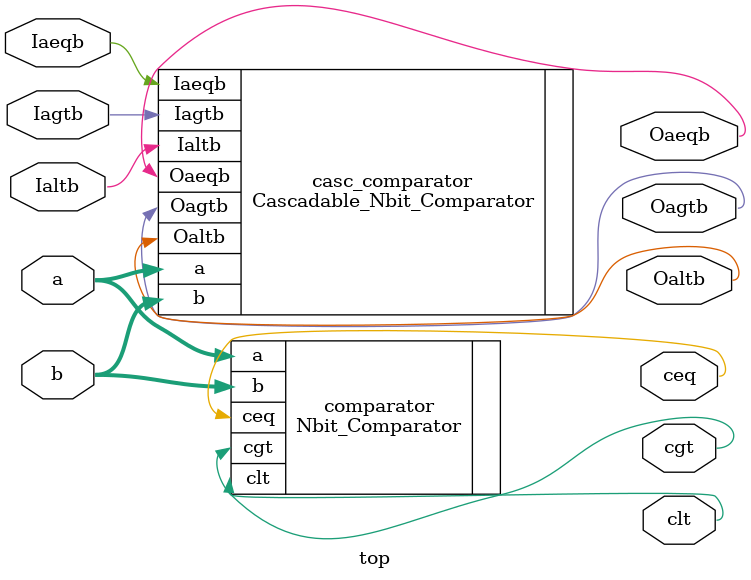
<source format=v>
module top #(parameter N = 4) (
    // Declare inputs and outputs for the top module
    input wire  [N-1:0] a, b,
    input wire          Iagtb, Iaeqb, Ialtb,
    output wire         cgt, clt, ceq,
    output wire         Oagtb, Oaeqb, Oaltb
);

    

    // Instantiate the N-bit Comparator
    Nbit_Comparator #(N) comparator (
        .a(a),
        .b(b),
        .cgt(cgt),
        .clt(clt),
        .ceq(ceq)
    );

    // Instantiate the Cascadable N-bit Comparator
    Cascadable_Nbit_Comparator #(N) casc_comparator (
        .Iagtb(Iagtb),
        .Iaeqb(Iaeqb),
        .Ialtb(Ialtb),
        .a(a),
        .b(b),
        .Oagtb(Oagtb),
        .Oaeqb(Oaeqb),
        .Oaltb(Oaltb)
    );

endmodule

</source>
